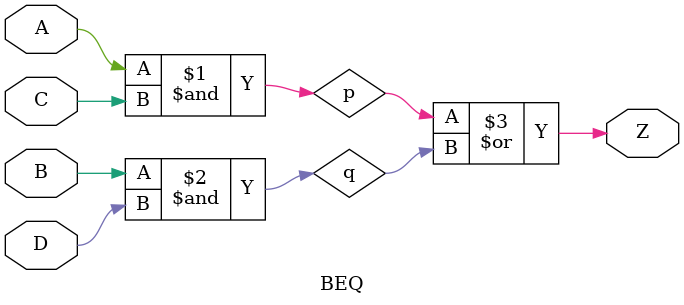
<source format=v>
module BEQ
(
    input A, B, C, D,
    output Z
);

wire p, q;
and(p, A, C);
and(q, B, D);
or(Z, p, q);

endmodule
</source>
